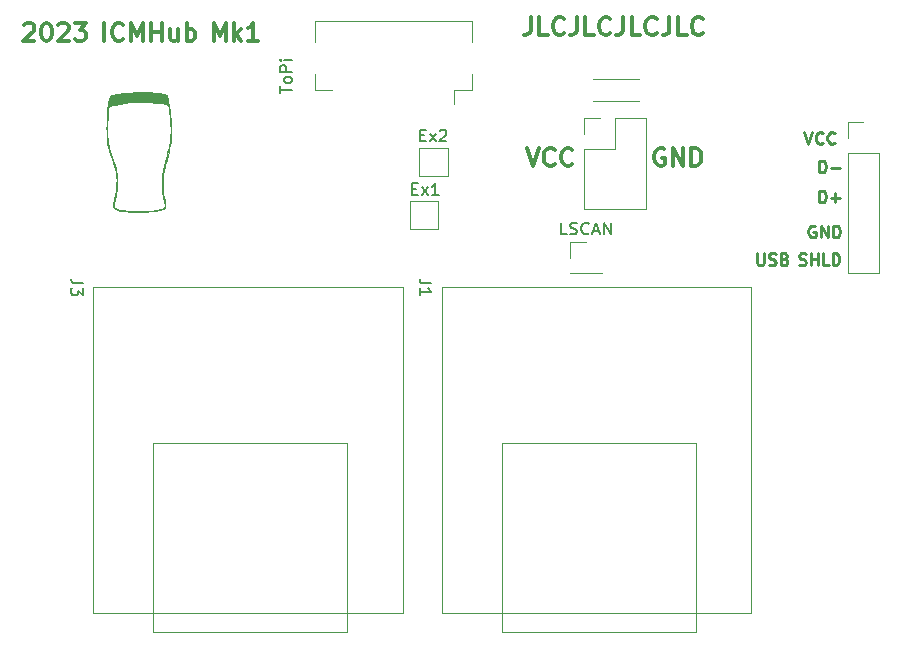
<source format=gbr>
%TF.GenerationSoftware,KiCad,Pcbnew,(7.0.0)*%
%TF.CreationDate,2023-03-30T12:26:05-04:00*%
%TF.ProjectId,headunit_hub,68656164-756e-4697-945f-6875622e6b69,rev?*%
%TF.SameCoordinates,Original*%
%TF.FileFunction,Legend,Top*%
%TF.FilePolarity,Positive*%
%FSLAX46Y46*%
G04 Gerber Fmt 4.6, Leading zero omitted, Abs format (unit mm)*
G04 Created by KiCad (PCBNEW (7.0.0)) date 2023-03-30 12:26:05*
%MOMM*%
%LPD*%
G01*
G04 APERTURE LIST*
%ADD10C,0.250000*%
%ADD11C,0.304800*%
%ADD12C,0.300000*%
%ADD13C,0.150000*%
%ADD14C,0.120000*%
%ADD15C,0.010000*%
G04 APERTURE END LIST*
D10*
X176088095Y-93882380D02*
X176088095Y-94691904D01*
X176088095Y-94691904D02*
X176135714Y-94787142D01*
X176135714Y-94787142D02*
X176183333Y-94834761D01*
X176183333Y-94834761D02*
X176278571Y-94882380D01*
X176278571Y-94882380D02*
X176469047Y-94882380D01*
X176469047Y-94882380D02*
X176564285Y-94834761D01*
X176564285Y-94834761D02*
X176611904Y-94787142D01*
X176611904Y-94787142D02*
X176659523Y-94691904D01*
X176659523Y-94691904D02*
X176659523Y-93882380D01*
X177088095Y-94834761D02*
X177230952Y-94882380D01*
X177230952Y-94882380D02*
X177469047Y-94882380D01*
X177469047Y-94882380D02*
X177564285Y-94834761D01*
X177564285Y-94834761D02*
X177611904Y-94787142D01*
X177611904Y-94787142D02*
X177659523Y-94691904D01*
X177659523Y-94691904D02*
X177659523Y-94596666D01*
X177659523Y-94596666D02*
X177611904Y-94501428D01*
X177611904Y-94501428D02*
X177564285Y-94453809D01*
X177564285Y-94453809D02*
X177469047Y-94406190D01*
X177469047Y-94406190D02*
X177278571Y-94358571D01*
X177278571Y-94358571D02*
X177183333Y-94310952D01*
X177183333Y-94310952D02*
X177135714Y-94263333D01*
X177135714Y-94263333D02*
X177088095Y-94168095D01*
X177088095Y-94168095D02*
X177088095Y-94072857D01*
X177088095Y-94072857D02*
X177135714Y-93977619D01*
X177135714Y-93977619D02*
X177183333Y-93930000D01*
X177183333Y-93930000D02*
X177278571Y-93882380D01*
X177278571Y-93882380D02*
X177516666Y-93882380D01*
X177516666Y-93882380D02*
X177659523Y-93930000D01*
X178421428Y-94358571D02*
X178564285Y-94406190D01*
X178564285Y-94406190D02*
X178611904Y-94453809D01*
X178611904Y-94453809D02*
X178659523Y-94549047D01*
X178659523Y-94549047D02*
X178659523Y-94691904D01*
X178659523Y-94691904D02*
X178611904Y-94787142D01*
X178611904Y-94787142D02*
X178564285Y-94834761D01*
X178564285Y-94834761D02*
X178469047Y-94882380D01*
X178469047Y-94882380D02*
X178088095Y-94882380D01*
X178088095Y-94882380D02*
X178088095Y-93882380D01*
X178088095Y-93882380D02*
X178421428Y-93882380D01*
X178421428Y-93882380D02*
X178516666Y-93930000D01*
X178516666Y-93930000D02*
X178564285Y-93977619D01*
X178564285Y-93977619D02*
X178611904Y-94072857D01*
X178611904Y-94072857D02*
X178611904Y-94168095D01*
X178611904Y-94168095D02*
X178564285Y-94263333D01*
X178564285Y-94263333D02*
X178516666Y-94310952D01*
X178516666Y-94310952D02*
X178421428Y-94358571D01*
X178421428Y-94358571D02*
X178088095Y-94358571D01*
X179640476Y-94834761D02*
X179783333Y-94882380D01*
X179783333Y-94882380D02*
X180021428Y-94882380D01*
X180021428Y-94882380D02*
X180116666Y-94834761D01*
X180116666Y-94834761D02*
X180164285Y-94787142D01*
X180164285Y-94787142D02*
X180211904Y-94691904D01*
X180211904Y-94691904D02*
X180211904Y-94596666D01*
X180211904Y-94596666D02*
X180164285Y-94501428D01*
X180164285Y-94501428D02*
X180116666Y-94453809D01*
X180116666Y-94453809D02*
X180021428Y-94406190D01*
X180021428Y-94406190D02*
X179830952Y-94358571D01*
X179830952Y-94358571D02*
X179735714Y-94310952D01*
X179735714Y-94310952D02*
X179688095Y-94263333D01*
X179688095Y-94263333D02*
X179640476Y-94168095D01*
X179640476Y-94168095D02*
X179640476Y-94072857D01*
X179640476Y-94072857D02*
X179688095Y-93977619D01*
X179688095Y-93977619D02*
X179735714Y-93930000D01*
X179735714Y-93930000D02*
X179830952Y-93882380D01*
X179830952Y-93882380D02*
X180069047Y-93882380D01*
X180069047Y-93882380D02*
X180211904Y-93930000D01*
X180640476Y-94882380D02*
X180640476Y-93882380D01*
X180640476Y-94358571D02*
X181211904Y-94358571D01*
X181211904Y-94882380D02*
X181211904Y-93882380D01*
X182164285Y-94882380D02*
X181688095Y-94882380D01*
X181688095Y-94882380D02*
X181688095Y-93882380D01*
X182497619Y-94882380D02*
X182497619Y-93882380D01*
X182497619Y-93882380D02*
X182735714Y-93882380D01*
X182735714Y-93882380D02*
X182878571Y-93930000D01*
X182878571Y-93930000D02*
X182973809Y-94025238D01*
X182973809Y-94025238D02*
X183021428Y-94120476D01*
X183021428Y-94120476D02*
X183069047Y-94310952D01*
X183069047Y-94310952D02*
X183069047Y-94453809D01*
X183069047Y-94453809D02*
X183021428Y-94644285D01*
X183021428Y-94644285D02*
X182973809Y-94739523D01*
X182973809Y-94739523D02*
X182878571Y-94834761D01*
X182878571Y-94834761D02*
X182735714Y-94882380D01*
X182735714Y-94882380D02*
X182497619Y-94882380D01*
D11*
X156910571Y-73885888D02*
X156910571Y-74974460D01*
X156910571Y-74974460D02*
X156838000Y-75192174D01*
X156838000Y-75192174D02*
X156692857Y-75337317D01*
X156692857Y-75337317D02*
X156475143Y-75409888D01*
X156475143Y-75409888D02*
X156330000Y-75409888D01*
X158362000Y-75409888D02*
X157636286Y-75409888D01*
X157636286Y-75409888D02*
X157636286Y-73885888D01*
X159740857Y-75264745D02*
X159668285Y-75337317D01*
X159668285Y-75337317D02*
X159450571Y-75409888D01*
X159450571Y-75409888D02*
X159305428Y-75409888D01*
X159305428Y-75409888D02*
X159087714Y-75337317D01*
X159087714Y-75337317D02*
X158942571Y-75192174D01*
X158942571Y-75192174D02*
X158870000Y-75047031D01*
X158870000Y-75047031D02*
X158797428Y-74756745D01*
X158797428Y-74756745D02*
X158797428Y-74539031D01*
X158797428Y-74539031D02*
X158870000Y-74248745D01*
X158870000Y-74248745D02*
X158942571Y-74103602D01*
X158942571Y-74103602D02*
X159087714Y-73958460D01*
X159087714Y-73958460D02*
X159305428Y-73885888D01*
X159305428Y-73885888D02*
X159450571Y-73885888D01*
X159450571Y-73885888D02*
X159668285Y-73958460D01*
X159668285Y-73958460D02*
X159740857Y-74031031D01*
X160829428Y-73885888D02*
X160829428Y-74974460D01*
X160829428Y-74974460D02*
X160756857Y-75192174D01*
X160756857Y-75192174D02*
X160611714Y-75337317D01*
X160611714Y-75337317D02*
X160394000Y-75409888D01*
X160394000Y-75409888D02*
X160248857Y-75409888D01*
X162280857Y-75409888D02*
X161555143Y-75409888D01*
X161555143Y-75409888D02*
X161555143Y-73885888D01*
X163659714Y-75264745D02*
X163587142Y-75337317D01*
X163587142Y-75337317D02*
X163369428Y-75409888D01*
X163369428Y-75409888D02*
X163224285Y-75409888D01*
X163224285Y-75409888D02*
X163006571Y-75337317D01*
X163006571Y-75337317D02*
X162861428Y-75192174D01*
X162861428Y-75192174D02*
X162788857Y-75047031D01*
X162788857Y-75047031D02*
X162716285Y-74756745D01*
X162716285Y-74756745D02*
X162716285Y-74539031D01*
X162716285Y-74539031D02*
X162788857Y-74248745D01*
X162788857Y-74248745D02*
X162861428Y-74103602D01*
X162861428Y-74103602D02*
X163006571Y-73958460D01*
X163006571Y-73958460D02*
X163224285Y-73885888D01*
X163224285Y-73885888D02*
X163369428Y-73885888D01*
X163369428Y-73885888D02*
X163587142Y-73958460D01*
X163587142Y-73958460D02*
X163659714Y-74031031D01*
X164748285Y-73885888D02*
X164748285Y-74974460D01*
X164748285Y-74974460D02*
X164675714Y-75192174D01*
X164675714Y-75192174D02*
X164530571Y-75337317D01*
X164530571Y-75337317D02*
X164312857Y-75409888D01*
X164312857Y-75409888D02*
X164167714Y-75409888D01*
X166199714Y-75409888D02*
X165474000Y-75409888D01*
X165474000Y-75409888D02*
X165474000Y-73885888D01*
X167578571Y-75264745D02*
X167505999Y-75337317D01*
X167505999Y-75337317D02*
X167288285Y-75409888D01*
X167288285Y-75409888D02*
X167143142Y-75409888D01*
X167143142Y-75409888D02*
X166925428Y-75337317D01*
X166925428Y-75337317D02*
X166780285Y-75192174D01*
X166780285Y-75192174D02*
X166707714Y-75047031D01*
X166707714Y-75047031D02*
X166635142Y-74756745D01*
X166635142Y-74756745D02*
X166635142Y-74539031D01*
X166635142Y-74539031D02*
X166707714Y-74248745D01*
X166707714Y-74248745D02*
X166780285Y-74103602D01*
X166780285Y-74103602D02*
X166925428Y-73958460D01*
X166925428Y-73958460D02*
X167143142Y-73885888D01*
X167143142Y-73885888D02*
X167288285Y-73885888D01*
X167288285Y-73885888D02*
X167505999Y-73958460D01*
X167505999Y-73958460D02*
X167578571Y-74031031D01*
X168667142Y-73885888D02*
X168667142Y-74974460D01*
X168667142Y-74974460D02*
X168594571Y-75192174D01*
X168594571Y-75192174D02*
X168449428Y-75337317D01*
X168449428Y-75337317D02*
X168231714Y-75409888D01*
X168231714Y-75409888D02*
X168086571Y-75409888D01*
X170118571Y-75409888D02*
X169392857Y-75409888D01*
X169392857Y-75409888D02*
X169392857Y-73885888D01*
X171497428Y-75264745D02*
X171424856Y-75337317D01*
X171424856Y-75337317D02*
X171207142Y-75409888D01*
X171207142Y-75409888D02*
X171061999Y-75409888D01*
X171061999Y-75409888D02*
X170844285Y-75337317D01*
X170844285Y-75337317D02*
X170699142Y-75192174D01*
X170699142Y-75192174D02*
X170626571Y-75047031D01*
X170626571Y-75047031D02*
X170553999Y-74756745D01*
X170553999Y-74756745D02*
X170553999Y-74539031D01*
X170553999Y-74539031D02*
X170626571Y-74248745D01*
X170626571Y-74248745D02*
X170699142Y-74103602D01*
X170699142Y-74103602D02*
X170844285Y-73958460D01*
X170844285Y-73958460D02*
X171061999Y-73885888D01*
X171061999Y-73885888D02*
X171207142Y-73885888D01*
X171207142Y-73885888D02*
X171424856Y-73958460D01*
X171424856Y-73958460D02*
X171497428Y-74031031D01*
D10*
X181338095Y-89582380D02*
X181338095Y-88582380D01*
X181338095Y-88582380D02*
X181576190Y-88582380D01*
X181576190Y-88582380D02*
X181719047Y-88630000D01*
X181719047Y-88630000D02*
X181814285Y-88725238D01*
X181814285Y-88725238D02*
X181861904Y-88820476D01*
X181861904Y-88820476D02*
X181909523Y-89010952D01*
X181909523Y-89010952D02*
X181909523Y-89153809D01*
X181909523Y-89153809D02*
X181861904Y-89344285D01*
X181861904Y-89344285D02*
X181814285Y-89439523D01*
X181814285Y-89439523D02*
X181719047Y-89534761D01*
X181719047Y-89534761D02*
X181576190Y-89582380D01*
X181576190Y-89582380D02*
X181338095Y-89582380D01*
X182338095Y-89201428D02*
X183100000Y-89201428D01*
X182719047Y-89582380D02*
X182719047Y-88820476D01*
D12*
X168242857Y-85045000D02*
X168100000Y-84973571D01*
X168100000Y-84973571D02*
X167885714Y-84973571D01*
X167885714Y-84973571D02*
X167671428Y-85045000D01*
X167671428Y-85045000D02*
X167528571Y-85187857D01*
X167528571Y-85187857D02*
X167457142Y-85330714D01*
X167457142Y-85330714D02*
X167385714Y-85616428D01*
X167385714Y-85616428D02*
X167385714Y-85830714D01*
X167385714Y-85830714D02*
X167457142Y-86116428D01*
X167457142Y-86116428D02*
X167528571Y-86259285D01*
X167528571Y-86259285D02*
X167671428Y-86402142D01*
X167671428Y-86402142D02*
X167885714Y-86473571D01*
X167885714Y-86473571D02*
X168028571Y-86473571D01*
X168028571Y-86473571D02*
X168242857Y-86402142D01*
X168242857Y-86402142D02*
X168314285Y-86330714D01*
X168314285Y-86330714D02*
X168314285Y-85830714D01*
X168314285Y-85830714D02*
X168028571Y-85830714D01*
X168957142Y-86473571D02*
X168957142Y-84973571D01*
X168957142Y-84973571D02*
X169814285Y-86473571D01*
X169814285Y-86473571D02*
X169814285Y-84973571D01*
X170528571Y-86473571D02*
X170528571Y-84973571D01*
X170528571Y-84973571D02*
X170885714Y-84973571D01*
X170885714Y-84973571D02*
X171100000Y-85045000D01*
X171100000Y-85045000D02*
X171242857Y-85187857D01*
X171242857Y-85187857D02*
X171314286Y-85330714D01*
X171314286Y-85330714D02*
X171385714Y-85616428D01*
X171385714Y-85616428D02*
X171385714Y-85830714D01*
X171385714Y-85830714D02*
X171314286Y-86116428D01*
X171314286Y-86116428D02*
X171242857Y-86259285D01*
X171242857Y-86259285D02*
X171100000Y-86402142D01*
X171100000Y-86402142D02*
X170885714Y-86473571D01*
X170885714Y-86473571D02*
X170528571Y-86473571D01*
D11*
X114036742Y-74531031D02*
X114109314Y-74458460D01*
X114109314Y-74458460D02*
X114254457Y-74385888D01*
X114254457Y-74385888D02*
X114617314Y-74385888D01*
X114617314Y-74385888D02*
X114762457Y-74458460D01*
X114762457Y-74458460D02*
X114835028Y-74531031D01*
X114835028Y-74531031D02*
X114907599Y-74676174D01*
X114907599Y-74676174D02*
X114907599Y-74821317D01*
X114907599Y-74821317D02*
X114835028Y-75039031D01*
X114835028Y-75039031D02*
X113964171Y-75909888D01*
X113964171Y-75909888D02*
X114907599Y-75909888D01*
X115851028Y-74385888D02*
X115996171Y-74385888D01*
X115996171Y-74385888D02*
X116141314Y-74458460D01*
X116141314Y-74458460D02*
X116213886Y-74531031D01*
X116213886Y-74531031D02*
X116286457Y-74676174D01*
X116286457Y-74676174D02*
X116359028Y-74966460D01*
X116359028Y-74966460D02*
X116359028Y-75329317D01*
X116359028Y-75329317D02*
X116286457Y-75619602D01*
X116286457Y-75619602D02*
X116213886Y-75764745D01*
X116213886Y-75764745D02*
X116141314Y-75837317D01*
X116141314Y-75837317D02*
X115996171Y-75909888D01*
X115996171Y-75909888D02*
X115851028Y-75909888D01*
X115851028Y-75909888D02*
X115705886Y-75837317D01*
X115705886Y-75837317D02*
X115633314Y-75764745D01*
X115633314Y-75764745D02*
X115560743Y-75619602D01*
X115560743Y-75619602D02*
X115488171Y-75329317D01*
X115488171Y-75329317D02*
X115488171Y-74966460D01*
X115488171Y-74966460D02*
X115560743Y-74676174D01*
X115560743Y-74676174D02*
X115633314Y-74531031D01*
X115633314Y-74531031D02*
X115705886Y-74458460D01*
X115705886Y-74458460D02*
X115851028Y-74385888D01*
X116939600Y-74531031D02*
X117012172Y-74458460D01*
X117012172Y-74458460D02*
X117157315Y-74385888D01*
X117157315Y-74385888D02*
X117520172Y-74385888D01*
X117520172Y-74385888D02*
X117665315Y-74458460D01*
X117665315Y-74458460D02*
X117737886Y-74531031D01*
X117737886Y-74531031D02*
X117810457Y-74676174D01*
X117810457Y-74676174D02*
X117810457Y-74821317D01*
X117810457Y-74821317D02*
X117737886Y-75039031D01*
X117737886Y-75039031D02*
X116867029Y-75909888D01*
X116867029Y-75909888D02*
X117810457Y-75909888D01*
X118318458Y-74385888D02*
X119261886Y-74385888D01*
X119261886Y-74385888D02*
X118753886Y-74966460D01*
X118753886Y-74966460D02*
X118971601Y-74966460D01*
X118971601Y-74966460D02*
X119116744Y-75039031D01*
X119116744Y-75039031D02*
X119189315Y-75111602D01*
X119189315Y-75111602D02*
X119261886Y-75256745D01*
X119261886Y-75256745D02*
X119261886Y-75619602D01*
X119261886Y-75619602D02*
X119189315Y-75764745D01*
X119189315Y-75764745D02*
X119116744Y-75837317D01*
X119116744Y-75837317D02*
X118971601Y-75909888D01*
X118971601Y-75909888D02*
X118536172Y-75909888D01*
X118536172Y-75909888D02*
X118391029Y-75837317D01*
X118391029Y-75837317D02*
X118318458Y-75764745D01*
X120829430Y-75909888D02*
X120829430Y-74385888D01*
X122426001Y-75764745D02*
X122353429Y-75837317D01*
X122353429Y-75837317D02*
X122135715Y-75909888D01*
X122135715Y-75909888D02*
X121990572Y-75909888D01*
X121990572Y-75909888D02*
X121772858Y-75837317D01*
X121772858Y-75837317D02*
X121627715Y-75692174D01*
X121627715Y-75692174D02*
X121555144Y-75547031D01*
X121555144Y-75547031D02*
X121482572Y-75256745D01*
X121482572Y-75256745D02*
X121482572Y-75039031D01*
X121482572Y-75039031D02*
X121555144Y-74748745D01*
X121555144Y-74748745D02*
X121627715Y-74603602D01*
X121627715Y-74603602D02*
X121772858Y-74458460D01*
X121772858Y-74458460D02*
X121990572Y-74385888D01*
X121990572Y-74385888D02*
X122135715Y-74385888D01*
X122135715Y-74385888D02*
X122353429Y-74458460D01*
X122353429Y-74458460D02*
X122426001Y-74531031D01*
X123079144Y-75909888D02*
X123079144Y-74385888D01*
X123079144Y-74385888D02*
X123587144Y-75474460D01*
X123587144Y-75474460D02*
X124095144Y-74385888D01*
X124095144Y-74385888D02*
X124095144Y-75909888D01*
X124820858Y-75909888D02*
X124820858Y-74385888D01*
X124820858Y-75111602D02*
X125691715Y-75111602D01*
X125691715Y-75909888D02*
X125691715Y-74385888D01*
X127070572Y-74893888D02*
X127070572Y-75909888D01*
X126417429Y-74893888D02*
X126417429Y-75692174D01*
X126417429Y-75692174D02*
X126490000Y-75837317D01*
X126490000Y-75837317D02*
X126635143Y-75909888D01*
X126635143Y-75909888D02*
X126852857Y-75909888D01*
X126852857Y-75909888D02*
X126998000Y-75837317D01*
X126998000Y-75837317D02*
X127070572Y-75764745D01*
X127796286Y-75909888D02*
X127796286Y-74385888D01*
X127796286Y-74966460D02*
X127941429Y-74893888D01*
X127941429Y-74893888D02*
X128231714Y-74893888D01*
X128231714Y-74893888D02*
X128376857Y-74966460D01*
X128376857Y-74966460D02*
X128449429Y-75039031D01*
X128449429Y-75039031D02*
X128522000Y-75184174D01*
X128522000Y-75184174D02*
X128522000Y-75619602D01*
X128522000Y-75619602D02*
X128449429Y-75764745D01*
X128449429Y-75764745D02*
X128376857Y-75837317D01*
X128376857Y-75837317D02*
X128231714Y-75909888D01*
X128231714Y-75909888D02*
X127941429Y-75909888D01*
X127941429Y-75909888D02*
X127796286Y-75837317D01*
X130089543Y-75909888D02*
X130089543Y-74385888D01*
X130089543Y-74385888D02*
X130597543Y-75474460D01*
X130597543Y-75474460D02*
X131105543Y-74385888D01*
X131105543Y-74385888D02*
X131105543Y-75909888D01*
X131831257Y-75909888D02*
X131831257Y-74385888D01*
X131976400Y-75329317D02*
X132411828Y-75909888D01*
X132411828Y-74893888D02*
X131831257Y-75474460D01*
X133863256Y-75909888D02*
X132992399Y-75909888D01*
X133427828Y-75909888D02*
X133427828Y-74385888D01*
X133427828Y-74385888D02*
X133282685Y-74603602D01*
X133282685Y-74603602D02*
X133137542Y-74748745D01*
X133137542Y-74748745D02*
X132992399Y-74821317D01*
D10*
X181011904Y-91580000D02*
X180916666Y-91532380D01*
X180916666Y-91532380D02*
X180773809Y-91532380D01*
X180773809Y-91532380D02*
X180630952Y-91580000D01*
X180630952Y-91580000D02*
X180535714Y-91675238D01*
X180535714Y-91675238D02*
X180488095Y-91770476D01*
X180488095Y-91770476D02*
X180440476Y-91960952D01*
X180440476Y-91960952D02*
X180440476Y-92103809D01*
X180440476Y-92103809D02*
X180488095Y-92294285D01*
X180488095Y-92294285D02*
X180535714Y-92389523D01*
X180535714Y-92389523D02*
X180630952Y-92484761D01*
X180630952Y-92484761D02*
X180773809Y-92532380D01*
X180773809Y-92532380D02*
X180869047Y-92532380D01*
X180869047Y-92532380D02*
X181011904Y-92484761D01*
X181011904Y-92484761D02*
X181059523Y-92437142D01*
X181059523Y-92437142D02*
X181059523Y-92103809D01*
X181059523Y-92103809D02*
X180869047Y-92103809D01*
X181488095Y-92532380D02*
X181488095Y-91532380D01*
X181488095Y-91532380D02*
X182059523Y-92532380D01*
X182059523Y-92532380D02*
X182059523Y-91532380D01*
X182535714Y-92532380D02*
X182535714Y-91532380D01*
X182535714Y-91532380D02*
X182773809Y-91532380D01*
X182773809Y-91532380D02*
X182916666Y-91580000D01*
X182916666Y-91580000D02*
X183011904Y-91675238D01*
X183011904Y-91675238D02*
X183059523Y-91770476D01*
X183059523Y-91770476D02*
X183107142Y-91960952D01*
X183107142Y-91960952D02*
X183107142Y-92103809D01*
X183107142Y-92103809D02*
X183059523Y-92294285D01*
X183059523Y-92294285D02*
X183011904Y-92389523D01*
X183011904Y-92389523D02*
X182916666Y-92484761D01*
X182916666Y-92484761D02*
X182773809Y-92532380D01*
X182773809Y-92532380D02*
X182535714Y-92532380D01*
X181338095Y-87032380D02*
X181338095Y-86032380D01*
X181338095Y-86032380D02*
X181576190Y-86032380D01*
X181576190Y-86032380D02*
X181719047Y-86080000D01*
X181719047Y-86080000D02*
X181814285Y-86175238D01*
X181814285Y-86175238D02*
X181861904Y-86270476D01*
X181861904Y-86270476D02*
X181909523Y-86460952D01*
X181909523Y-86460952D02*
X181909523Y-86603809D01*
X181909523Y-86603809D02*
X181861904Y-86794285D01*
X181861904Y-86794285D02*
X181814285Y-86889523D01*
X181814285Y-86889523D02*
X181719047Y-86984761D01*
X181719047Y-86984761D02*
X181576190Y-87032380D01*
X181576190Y-87032380D02*
X181338095Y-87032380D01*
X182338095Y-86651428D02*
X183100000Y-86651428D01*
D12*
X156592857Y-84973571D02*
X157092857Y-86473571D01*
X157092857Y-86473571D02*
X157592857Y-84973571D01*
X158949999Y-86330714D02*
X158878571Y-86402142D01*
X158878571Y-86402142D02*
X158664285Y-86473571D01*
X158664285Y-86473571D02*
X158521428Y-86473571D01*
X158521428Y-86473571D02*
X158307142Y-86402142D01*
X158307142Y-86402142D02*
X158164285Y-86259285D01*
X158164285Y-86259285D02*
X158092856Y-86116428D01*
X158092856Y-86116428D02*
X158021428Y-85830714D01*
X158021428Y-85830714D02*
X158021428Y-85616428D01*
X158021428Y-85616428D02*
X158092856Y-85330714D01*
X158092856Y-85330714D02*
X158164285Y-85187857D01*
X158164285Y-85187857D02*
X158307142Y-85045000D01*
X158307142Y-85045000D02*
X158521428Y-84973571D01*
X158521428Y-84973571D02*
X158664285Y-84973571D01*
X158664285Y-84973571D02*
X158878571Y-85045000D01*
X158878571Y-85045000D02*
X158949999Y-85116428D01*
X160449999Y-86330714D02*
X160378571Y-86402142D01*
X160378571Y-86402142D02*
X160164285Y-86473571D01*
X160164285Y-86473571D02*
X160021428Y-86473571D01*
X160021428Y-86473571D02*
X159807142Y-86402142D01*
X159807142Y-86402142D02*
X159664285Y-86259285D01*
X159664285Y-86259285D02*
X159592856Y-86116428D01*
X159592856Y-86116428D02*
X159521428Y-85830714D01*
X159521428Y-85830714D02*
X159521428Y-85616428D01*
X159521428Y-85616428D02*
X159592856Y-85330714D01*
X159592856Y-85330714D02*
X159664285Y-85187857D01*
X159664285Y-85187857D02*
X159807142Y-85045000D01*
X159807142Y-85045000D02*
X160021428Y-84973571D01*
X160021428Y-84973571D02*
X160164285Y-84973571D01*
X160164285Y-84973571D02*
X160378571Y-85045000D01*
X160378571Y-85045000D02*
X160449999Y-85116428D01*
D10*
X180095238Y-83632380D02*
X180428571Y-84632380D01*
X180428571Y-84632380D02*
X180761904Y-83632380D01*
X181666666Y-84537142D02*
X181619047Y-84584761D01*
X181619047Y-84584761D02*
X181476190Y-84632380D01*
X181476190Y-84632380D02*
X181380952Y-84632380D01*
X181380952Y-84632380D02*
X181238095Y-84584761D01*
X181238095Y-84584761D02*
X181142857Y-84489523D01*
X181142857Y-84489523D02*
X181095238Y-84394285D01*
X181095238Y-84394285D02*
X181047619Y-84203809D01*
X181047619Y-84203809D02*
X181047619Y-84060952D01*
X181047619Y-84060952D02*
X181095238Y-83870476D01*
X181095238Y-83870476D02*
X181142857Y-83775238D01*
X181142857Y-83775238D02*
X181238095Y-83680000D01*
X181238095Y-83680000D02*
X181380952Y-83632380D01*
X181380952Y-83632380D02*
X181476190Y-83632380D01*
X181476190Y-83632380D02*
X181619047Y-83680000D01*
X181619047Y-83680000D02*
X181666666Y-83727619D01*
X182666666Y-84537142D02*
X182619047Y-84584761D01*
X182619047Y-84584761D02*
X182476190Y-84632380D01*
X182476190Y-84632380D02*
X182380952Y-84632380D01*
X182380952Y-84632380D02*
X182238095Y-84584761D01*
X182238095Y-84584761D02*
X182142857Y-84489523D01*
X182142857Y-84489523D02*
X182095238Y-84394285D01*
X182095238Y-84394285D02*
X182047619Y-84203809D01*
X182047619Y-84203809D02*
X182047619Y-84060952D01*
X182047619Y-84060952D02*
X182095238Y-83870476D01*
X182095238Y-83870476D02*
X182142857Y-83775238D01*
X182142857Y-83775238D02*
X182238095Y-83680000D01*
X182238095Y-83680000D02*
X182380952Y-83632380D01*
X182380952Y-83632380D02*
X182476190Y-83632380D01*
X182476190Y-83632380D02*
X182619047Y-83680000D01*
X182619047Y-83680000D02*
X182666666Y-83727619D01*
D13*
%TO.C,Ex1*%
X146904762Y-88443571D02*
X147238095Y-88443571D01*
X147380952Y-88967380D02*
X146904762Y-88967380D01*
X146904762Y-88967380D02*
X146904762Y-87967380D01*
X146904762Y-87967380D02*
X147380952Y-87967380D01*
X147714286Y-88967380D02*
X148238095Y-88300714D01*
X147714286Y-88300714D02*
X148238095Y-88967380D01*
X149142857Y-88967380D02*
X148571429Y-88967380D01*
X148857143Y-88967380D02*
X148857143Y-87967380D01*
X148857143Y-87967380D02*
X148761905Y-88110238D01*
X148761905Y-88110238D02*
X148666667Y-88205476D01*
X148666667Y-88205476D02*
X148571429Y-88253095D01*
%TO.C,ToPi*%
X135717380Y-80326189D02*
X135717380Y-79754761D01*
X136717380Y-80040475D02*
X135717380Y-80040475D01*
X136717380Y-79278570D02*
X136669761Y-79373808D01*
X136669761Y-79373808D02*
X136622142Y-79421427D01*
X136622142Y-79421427D02*
X136526904Y-79469046D01*
X136526904Y-79469046D02*
X136241190Y-79469046D01*
X136241190Y-79469046D02*
X136145952Y-79421427D01*
X136145952Y-79421427D02*
X136098333Y-79373808D01*
X136098333Y-79373808D02*
X136050714Y-79278570D01*
X136050714Y-79278570D02*
X136050714Y-79135713D01*
X136050714Y-79135713D02*
X136098333Y-79040475D01*
X136098333Y-79040475D02*
X136145952Y-78992856D01*
X136145952Y-78992856D02*
X136241190Y-78945237D01*
X136241190Y-78945237D02*
X136526904Y-78945237D01*
X136526904Y-78945237D02*
X136622142Y-78992856D01*
X136622142Y-78992856D02*
X136669761Y-79040475D01*
X136669761Y-79040475D02*
X136717380Y-79135713D01*
X136717380Y-79135713D02*
X136717380Y-79278570D01*
X136717380Y-78516665D02*
X135717380Y-78516665D01*
X135717380Y-78516665D02*
X135717380Y-78135713D01*
X135717380Y-78135713D02*
X135765000Y-78040475D01*
X135765000Y-78040475D02*
X135812619Y-77992856D01*
X135812619Y-77992856D02*
X135907857Y-77945237D01*
X135907857Y-77945237D02*
X136050714Y-77945237D01*
X136050714Y-77945237D02*
X136145952Y-77992856D01*
X136145952Y-77992856D02*
X136193571Y-78040475D01*
X136193571Y-78040475D02*
X136241190Y-78135713D01*
X136241190Y-78135713D02*
X136241190Y-78516665D01*
X136717380Y-77516665D02*
X136050714Y-77516665D01*
X135717380Y-77516665D02*
X135765000Y-77564284D01*
X135765000Y-77564284D02*
X135812619Y-77516665D01*
X135812619Y-77516665D02*
X135765000Y-77469046D01*
X135765000Y-77469046D02*
X135717380Y-77516665D01*
X135717380Y-77516665D02*
X135812619Y-77516665D01*
%TO.C,LSCAN*%
X159980952Y-92287380D02*
X159504762Y-92287380D01*
X159504762Y-92287380D02*
X159504762Y-91287380D01*
X160266667Y-92239761D02*
X160409524Y-92287380D01*
X160409524Y-92287380D02*
X160647619Y-92287380D01*
X160647619Y-92287380D02*
X160742857Y-92239761D01*
X160742857Y-92239761D02*
X160790476Y-92192142D01*
X160790476Y-92192142D02*
X160838095Y-92096904D01*
X160838095Y-92096904D02*
X160838095Y-92001666D01*
X160838095Y-92001666D02*
X160790476Y-91906428D01*
X160790476Y-91906428D02*
X160742857Y-91858809D01*
X160742857Y-91858809D02*
X160647619Y-91811190D01*
X160647619Y-91811190D02*
X160457143Y-91763571D01*
X160457143Y-91763571D02*
X160361905Y-91715952D01*
X160361905Y-91715952D02*
X160314286Y-91668333D01*
X160314286Y-91668333D02*
X160266667Y-91573095D01*
X160266667Y-91573095D02*
X160266667Y-91477857D01*
X160266667Y-91477857D02*
X160314286Y-91382619D01*
X160314286Y-91382619D02*
X160361905Y-91335000D01*
X160361905Y-91335000D02*
X160457143Y-91287380D01*
X160457143Y-91287380D02*
X160695238Y-91287380D01*
X160695238Y-91287380D02*
X160838095Y-91335000D01*
X161838095Y-92192142D02*
X161790476Y-92239761D01*
X161790476Y-92239761D02*
X161647619Y-92287380D01*
X161647619Y-92287380D02*
X161552381Y-92287380D01*
X161552381Y-92287380D02*
X161409524Y-92239761D01*
X161409524Y-92239761D02*
X161314286Y-92144523D01*
X161314286Y-92144523D02*
X161266667Y-92049285D01*
X161266667Y-92049285D02*
X161219048Y-91858809D01*
X161219048Y-91858809D02*
X161219048Y-91715952D01*
X161219048Y-91715952D02*
X161266667Y-91525476D01*
X161266667Y-91525476D02*
X161314286Y-91430238D01*
X161314286Y-91430238D02*
X161409524Y-91335000D01*
X161409524Y-91335000D02*
X161552381Y-91287380D01*
X161552381Y-91287380D02*
X161647619Y-91287380D01*
X161647619Y-91287380D02*
X161790476Y-91335000D01*
X161790476Y-91335000D02*
X161838095Y-91382619D01*
X162219048Y-92001666D02*
X162695238Y-92001666D01*
X162123810Y-92287380D02*
X162457143Y-91287380D01*
X162457143Y-91287380D02*
X162790476Y-92287380D01*
X163123810Y-92287380D02*
X163123810Y-91287380D01*
X163123810Y-91287380D02*
X163695238Y-92287380D01*
X163695238Y-92287380D02*
X163695238Y-91287380D01*
%TO.C,Ex2*%
X147554762Y-83893571D02*
X147888095Y-83893571D01*
X148030952Y-84417380D02*
X147554762Y-84417380D01*
X147554762Y-84417380D02*
X147554762Y-83417380D01*
X147554762Y-83417380D02*
X148030952Y-83417380D01*
X148364286Y-84417380D02*
X148888095Y-83750714D01*
X148364286Y-83750714D02*
X148888095Y-84417380D01*
X149221429Y-83512619D02*
X149269048Y-83465000D01*
X149269048Y-83465000D02*
X149364286Y-83417380D01*
X149364286Y-83417380D02*
X149602381Y-83417380D01*
X149602381Y-83417380D02*
X149697619Y-83465000D01*
X149697619Y-83465000D02*
X149745238Y-83512619D01*
X149745238Y-83512619D02*
X149792857Y-83607857D01*
X149792857Y-83607857D02*
X149792857Y-83703095D01*
X149792857Y-83703095D02*
X149745238Y-83845952D01*
X149745238Y-83845952D02*
X149173810Y-84417380D01*
X149173810Y-84417380D02*
X149792857Y-84417380D01*
%TO.C,J1*%
X148527619Y-96421666D02*
X147813333Y-96421666D01*
X147813333Y-96421666D02*
X147670476Y-96374047D01*
X147670476Y-96374047D02*
X147575238Y-96278809D01*
X147575238Y-96278809D02*
X147527619Y-96135952D01*
X147527619Y-96135952D02*
X147527619Y-96040714D01*
X147527619Y-97421666D02*
X147527619Y-96850238D01*
X147527619Y-97135952D02*
X148527619Y-97135952D01*
X148527619Y-97135952D02*
X148384761Y-97040714D01*
X148384761Y-97040714D02*
X148289523Y-96945476D01*
X148289523Y-96945476D02*
X148241904Y-96850238D01*
%TO.C,J3*%
X119017619Y-96421666D02*
X118303333Y-96421666D01*
X118303333Y-96421666D02*
X118160476Y-96374047D01*
X118160476Y-96374047D02*
X118065238Y-96278809D01*
X118065238Y-96278809D02*
X118017619Y-96135952D01*
X118017619Y-96135952D02*
X118017619Y-96040714D01*
X119017619Y-96802619D02*
X119017619Y-97421666D01*
X119017619Y-97421666D02*
X118636666Y-97088333D01*
X118636666Y-97088333D02*
X118636666Y-97231190D01*
X118636666Y-97231190D02*
X118589047Y-97326428D01*
X118589047Y-97326428D02*
X118541428Y-97374047D01*
X118541428Y-97374047D02*
X118446190Y-97421666D01*
X118446190Y-97421666D02*
X118208095Y-97421666D01*
X118208095Y-97421666D02*
X118112857Y-97374047D01*
X118112857Y-97374047D02*
X118065238Y-97326428D01*
X118065238Y-97326428D02*
X118017619Y-97231190D01*
X118017619Y-97231190D02*
X118017619Y-96945476D01*
X118017619Y-96945476D02*
X118065238Y-96850238D01*
X118065238Y-96850238D02*
X118112857Y-96802619D01*
D14*
%TO.C,Ex1*%
X146700000Y-89450000D02*
X149100000Y-89450000D01*
X146700000Y-91850000D02*
X146700000Y-89450000D01*
X149100000Y-89450000D02*
X149100000Y-91850000D01*
X149100000Y-91850000D02*
X146700000Y-91850000D01*
%TO.C,ToPi*%
X151950000Y-80050000D02*
X151950000Y-78710000D01*
X151950000Y-75990000D02*
X151950000Y-74250000D01*
X151950000Y-74250000D02*
X138650000Y-74250000D01*
X150460000Y-80050000D02*
X151950000Y-80050000D01*
X150460000Y-80050000D02*
X150460000Y-81250000D01*
X140140000Y-80050000D02*
X138650000Y-80050000D01*
X138650000Y-80050000D02*
X138650000Y-78710000D01*
X138650000Y-74250000D02*
X138650000Y-75990000D01*
%TO.C,LSCAN*%
X160270000Y-92920000D02*
X161600000Y-92920000D01*
X160270000Y-94250000D02*
X160270000Y-92920000D01*
X160270000Y-95520000D02*
X160270000Y-95580000D01*
X160270000Y-95520000D02*
X162930000Y-95520000D01*
X160270000Y-95580000D02*
X162930000Y-95580000D01*
X162930000Y-95520000D02*
X162930000Y-95580000D01*
%TO.C,Ex2*%
X147500000Y-84950000D02*
X149900000Y-84950000D01*
X147500000Y-87350000D02*
X147500000Y-84950000D01*
X149900000Y-84950000D02*
X149900000Y-87350000D01*
X149900000Y-87350000D02*
X147500000Y-87350000D01*
%TO.C,R1*%
X162220000Y-79130000D02*
X166060000Y-79130000D01*
X162220000Y-80970000D02*
X166060000Y-80970000D01*
%TO.C,J5*%
X183770000Y-82760000D02*
X185100000Y-82760000D01*
X183770000Y-84090000D02*
X183770000Y-82760000D01*
X183770000Y-85360000D02*
X183770000Y-95580000D01*
X183770000Y-85360000D02*
X186430000Y-85360000D01*
X183770000Y-95580000D02*
X186430000Y-95580000D01*
X186430000Y-85360000D02*
X186430000Y-95580000D01*
%TO.C,H3*%
G36*
X121011502Y-83468482D02*
G01*
X121073048Y-83468482D01*
X121075232Y-83633463D01*
X121076381Y-83676586D01*
X121086860Y-83954535D01*
X121101519Y-84199944D01*
X121122015Y-84421450D01*
X121150001Y-84627691D01*
X121187135Y-84827302D01*
X121235070Y-85028921D01*
X121295463Y-85241185D01*
X121369968Y-85472730D01*
X121460241Y-85732194D01*
X121481944Y-85792668D01*
X121565478Y-86025379D01*
X121635491Y-86222732D01*
X121693387Y-86388987D01*
X121740571Y-86528400D01*
X121778446Y-86645229D01*
X121808416Y-86743733D01*
X121831887Y-86828169D01*
X121850261Y-86902796D01*
X121854936Y-86923662D01*
X121893485Y-87153079D01*
X121916789Y-87417317D01*
X121924594Y-87711608D01*
X121916644Y-88031180D01*
X121915410Y-88055943D01*
X121904453Y-88243513D01*
X121891351Y-88410180D01*
X121874684Y-88565124D01*
X121853035Y-88717521D01*
X121824984Y-88876548D01*
X121789112Y-89051383D01*
X121744001Y-89251203D01*
X121705490Y-89413670D01*
X121667944Y-89576006D01*
X121642260Y-89703127D01*
X121627898Y-89800294D01*
X121624319Y-89872767D01*
X121630981Y-89925808D01*
X121647345Y-89964676D01*
X121648691Y-89966775D01*
X121706737Y-90024799D01*
X121801629Y-90081694D01*
X121927910Y-90134780D01*
X122080121Y-90181376D01*
X122091714Y-90184352D01*
X122191832Y-90205643D01*
X122324486Y-90227821D01*
X122479931Y-90249680D01*
X122648420Y-90270015D01*
X122820207Y-90287623D01*
X122985548Y-90301299D01*
X123090212Y-90307783D01*
X123223263Y-90312810D01*
X123387395Y-90316146D01*
X123572781Y-90317842D01*
X123769595Y-90317948D01*
X123968011Y-90316517D01*
X124158203Y-90313597D01*
X124330344Y-90309241D01*
X124474610Y-90303499D01*
X124529906Y-90300341D01*
X124824746Y-90276757D01*
X125088543Y-90246546D01*
X125319415Y-90210104D01*
X125515480Y-90167830D01*
X125674855Y-90120124D01*
X125795658Y-90067382D01*
X125868734Y-90016965D01*
X125914735Y-89970150D01*
X125936570Y-89928084D01*
X125942379Y-89871190D01*
X125942055Y-89840615D01*
X125936459Y-89784897D01*
X125922467Y-89697179D01*
X125901765Y-89586575D01*
X125876039Y-89462201D01*
X125852682Y-89357641D01*
X125821207Y-89216843D01*
X125790477Y-89071062D01*
X125763047Y-88933010D01*
X125741473Y-88815396D01*
X125732061Y-88757671D01*
X125713786Y-88592839D01*
X125702541Y-88395278D01*
X125698045Y-88173958D01*
X125700020Y-87937847D01*
X125708186Y-87695916D01*
X125722262Y-87457132D01*
X125741970Y-87230465D01*
X125767030Y-87024883D01*
X125790527Y-86882751D01*
X125805730Y-86811872D01*
X125830569Y-86706616D01*
X125863419Y-86573416D01*
X125902653Y-86418702D01*
X125946644Y-86248906D01*
X125993766Y-86070459D01*
X126031419Y-85930251D01*
X126109229Y-85638951D01*
X126175479Y-85382156D01*
X126231470Y-85154037D01*
X126278500Y-84948767D01*
X126317869Y-84760517D01*
X126350877Y-84583458D01*
X126378823Y-84411764D01*
X126394871Y-84300418D01*
X126412034Y-84137780D01*
X126424220Y-83942151D01*
X126431420Y-83722577D01*
X126433630Y-83488107D01*
X126430842Y-83247789D01*
X126423050Y-83010672D01*
X126410247Y-82785803D01*
X126396082Y-82617668D01*
X126382971Y-82491057D01*
X126367109Y-82346423D01*
X126349333Y-82190603D01*
X126330480Y-82030430D01*
X126311388Y-81872739D01*
X126292892Y-81724365D01*
X126275830Y-81592144D01*
X126261039Y-81482909D01*
X126249356Y-81403495D01*
X126242849Y-81366219D01*
X126234651Y-81340628D01*
X126217353Y-81321531D01*
X126183135Y-81305433D01*
X126124178Y-81288839D01*
X126032661Y-81268254D01*
X126015410Y-81264556D01*
X125583746Y-81184513D01*
X125135005Y-81125709D01*
X124663103Y-81087563D01*
X124161956Y-81069493D01*
X123958045Y-81067763D01*
X123458039Y-81076164D01*
X122989914Y-81103244D01*
X122547191Y-81149786D01*
X122123387Y-81216573D01*
X121712019Y-81304388D01*
X121462612Y-81369117D01*
X121366543Y-81396478D01*
X121284378Y-81421278D01*
X121225425Y-81440618D01*
X121199925Y-81450949D01*
X121186491Y-81479509D01*
X121172745Y-81545851D01*
X121158937Y-81645426D01*
X121145321Y-81773688D01*
X121132148Y-81926087D01*
X121119673Y-82098075D01*
X121108146Y-82285106D01*
X121097820Y-82482630D01*
X121088948Y-82686101D01*
X121081783Y-82890969D01*
X121076576Y-83092687D01*
X121073580Y-83286708D01*
X121073048Y-83468482D01*
X121011502Y-83468482D01*
X121010311Y-83330077D01*
X121014375Y-83009717D01*
X121024671Y-82678981D01*
X121040773Y-82346321D01*
X121062258Y-82020188D01*
X121088699Y-81709031D01*
X121119673Y-81421303D01*
X121154754Y-81165452D01*
X121162949Y-81114473D01*
X121199532Y-80917615D01*
X121237408Y-80761690D01*
X121277035Y-80645306D01*
X121318873Y-80567071D01*
X121355368Y-80530266D01*
X121405420Y-80508797D01*
X121493165Y-80483930D01*
X121614179Y-80456533D01*
X121764038Y-80427472D01*
X121938315Y-80397617D01*
X122132588Y-80367834D01*
X122307045Y-80343632D01*
X122899715Y-80278021D01*
X123479385Y-80239495D01*
X124041672Y-80228099D01*
X124582188Y-80243878D01*
X125096550Y-80286878D01*
X125302129Y-80312842D01*
X125523378Y-80345533D01*
X125705233Y-80376536D01*
X125850561Y-80406621D01*
X125962231Y-80436558D01*
X126043111Y-80467115D01*
X126096067Y-80499063D01*
X126123968Y-80533171D01*
X126124092Y-80533442D01*
X126155529Y-80620214D01*
X126188880Y-80744536D01*
X126223505Y-80901699D01*
X126258762Y-81086996D01*
X126294011Y-81295720D01*
X126328612Y-81523164D01*
X126361924Y-81764620D01*
X126393307Y-82015381D01*
X126422120Y-82270740D01*
X126447722Y-82525989D01*
X126469474Y-82776421D01*
X126486733Y-83017328D01*
X126498861Y-83244004D01*
X126501297Y-83305585D01*
X126506031Y-83536709D01*
X126502676Y-83761859D01*
X126490450Y-83986111D01*
X126468570Y-84214540D01*
X126436252Y-84452224D01*
X126392713Y-84704238D01*
X126337169Y-84975659D01*
X126268838Y-85271564D01*
X126186936Y-85597028D01*
X126094110Y-85944582D01*
X126029683Y-86181419D01*
X125975618Y-86383634D01*
X125930805Y-86557355D01*
X125894137Y-86708709D01*
X125864505Y-86843824D01*
X125840801Y-86968827D01*
X125821917Y-87089847D01*
X125806743Y-87213011D01*
X125794173Y-87344447D01*
X125783096Y-87490282D01*
X125772406Y-87656645D01*
X125766476Y-87755938D01*
X125756002Y-87999274D01*
X125755279Y-88224968D01*
X125765257Y-88442355D01*
X125786886Y-88660770D01*
X125821119Y-88889546D01*
X125868906Y-89138019D01*
X125931198Y-89415522D01*
X125938814Y-89447540D01*
X125977992Y-89628480D01*
X125998646Y-89775248D01*
X125998595Y-89892724D01*
X125975658Y-89985787D01*
X125927653Y-90059319D01*
X125852400Y-90118198D01*
X125747718Y-90167304D01*
X125611425Y-90211518D01*
X125595335Y-90216035D01*
X125424742Y-90255620D01*
X125217972Y-90290557D01*
X124980963Y-90320517D01*
X124719649Y-90345173D01*
X124439967Y-90364197D01*
X124147853Y-90377261D01*
X123849242Y-90384038D01*
X123550071Y-90384199D01*
X123256276Y-90377417D01*
X122973793Y-90363365D01*
X122952629Y-90361968D01*
X122643169Y-90336185D01*
X122374539Y-90303066D01*
X122145832Y-90262372D01*
X121956142Y-90213862D01*
X121804564Y-90157298D01*
X121690193Y-90092441D01*
X121612122Y-90019050D01*
X121601800Y-90004835D01*
X121581007Y-89968899D01*
X121567325Y-89928945D01*
X121561232Y-89879803D01*
X121563205Y-89816305D01*
X121573723Y-89733280D01*
X121593262Y-89625559D01*
X121622300Y-89487974D01*
X121661314Y-89315356D01*
X121668277Y-89285168D01*
X121718523Y-89061622D01*
X121758417Y-88868256D01*
X121789527Y-88694629D01*
X121813423Y-88530301D01*
X121831675Y-88364832D01*
X121845852Y-88187781D01*
X121854437Y-88046918D01*
X121863814Y-87691179D01*
X121851380Y-87365475D01*
X121817290Y-87072181D01*
X121778484Y-86878525D01*
X121755861Y-86795492D01*
X121721303Y-86681731D01*
X121677710Y-86546161D01*
X121627983Y-86397702D01*
X121575023Y-86245274D01*
X121547905Y-86169442D01*
X121449094Y-85894051D01*
X121364466Y-85652705D01*
X121292774Y-85440028D01*
X121232770Y-85250645D01*
X121183207Y-85079179D01*
X121142835Y-84920255D01*
X121110410Y-84768498D01*
X121084681Y-84618531D01*
X121064403Y-84464978D01*
X121048326Y-84302464D01*
X121035205Y-84125613D01*
X121023791Y-83929050D01*
X121022579Y-83905871D01*
X121012904Y-83631612D01*
X121011502Y-83468482D01*
G37*
D15*
X121011502Y-83468482D02*
X121073048Y-83468482D01*
X121075232Y-83633463D01*
X121076381Y-83676586D01*
X121086860Y-83954535D01*
X121101519Y-84199944D01*
X121122015Y-84421450D01*
X121150001Y-84627691D01*
X121187135Y-84827302D01*
X121235070Y-85028921D01*
X121295463Y-85241185D01*
X121369968Y-85472730D01*
X121460241Y-85732194D01*
X121481944Y-85792668D01*
X121565478Y-86025379D01*
X121635491Y-86222732D01*
X121693387Y-86388987D01*
X121740571Y-86528400D01*
X121778446Y-86645229D01*
X121808416Y-86743733D01*
X121831887Y-86828169D01*
X121850261Y-86902796D01*
X121854936Y-86923662D01*
X121893485Y-87153079D01*
X121916789Y-87417317D01*
X121924594Y-87711608D01*
X121916644Y-88031180D01*
X121915410Y-88055943D01*
X121904453Y-88243513D01*
X121891351Y-88410180D01*
X121874684Y-88565124D01*
X121853035Y-88717521D01*
X121824984Y-88876548D01*
X121789112Y-89051383D01*
X121744001Y-89251203D01*
X121705490Y-89413670D01*
X121667944Y-89576006D01*
X121642260Y-89703127D01*
X121627898Y-89800294D01*
X121624319Y-89872767D01*
X121630981Y-89925808D01*
X121647345Y-89964676D01*
X121648691Y-89966775D01*
X121706737Y-90024799D01*
X121801629Y-90081694D01*
X121927910Y-90134780D01*
X122080121Y-90181376D01*
X122091714Y-90184352D01*
X122191832Y-90205643D01*
X122324486Y-90227821D01*
X122479931Y-90249680D01*
X122648420Y-90270015D01*
X122820207Y-90287623D01*
X122985548Y-90301299D01*
X123090212Y-90307783D01*
X123223263Y-90312810D01*
X123387395Y-90316146D01*
X123572781Y-90317842D01*
X123769595Y-90317948D01*
X123968011Y-90316517D01*
X124158203Y-90313597D01*
X124330344Y-90309241D01*
X124474610Y-90303499D01*
X124529906Y-90300341D01*
X124824746Y-90276757D01*
X125088543Y-90246546D01*
X125319415Y-90210104D01*
X125515480Y-90167830D01*
X125674855Y-90120124D01*
X125795658Y-90067382D01*
X125868734Y-90016965D01*
X125914735Y-89970150D01*
X125936570Y-89928084D01*
X125942379Y-89871190D01*
X125942055Y-89840615D01*
X125936459Y-89784897D01*
X125922467Y-89697179D01*
X125901765Y-89586575D01*
X125876039Y-89462201D01*
X125852682Y-89357641D01*
X125821207Y-89216843D01*
X125790477Y-89071062D01*
X125763047Y-88933010D01*
X125741473Y-88815396D01*
X125732061Y-88757671D01*
X125713786Y-88592839D01*
X125702541Y-88395278D01*
X125698045Y-88173958D01*
X125700020Y-87937847D01*
X125708186Y-87695916D01*
X125722262Y-87457132D01*
X125741970Y-87230465D01*
X125767030Y-87024883D01*
X125790527Y-86882751D01*
X125805730Y-86811872D01*
X125830569Y-86706616D01*
X125863419Y-86573416D01*
X125902653Y-86418702D01*
X125946644Y-86248906D01*
X125993766Y-86070459D01*
X126031419Y-85930251D01*
X126109229Y-85638951D01*
X126175479Y-85382156D01*
X126231470Y-85154037D01*
X126278500Y-84948767D01*
X126317869Y-84760517D01*
X126350877Y-84583458D01*
X126378823Y-84411764D01*
X126394871Y-84300418D01*
X126412034Y-84137780D01*
X126424220Y-83942151D01*
X126431420Y-83722577D01*
X126433630Y-83488107D01*
X126430842Y-83247789D01*
X126423050Y-83010672D01*
X126410247Y-82785803D01*
X126396082Y-82617668D01*
X126382971Y-82491057D01*
X126367109Y-82346423D01*
X126349333Y-82190603D01*
X126330480Y-82030430D01*
X126311388Y-81872739D01*
X126292892Y-81724365D01*
X126275830Y-81592144D01*
X126261039Y-81482909D01*
X126249356Y-81403495D01*
X126242849Y-81366219D01*
X126234651Y-81340628D01*
X126217353Y-81321531D01*
X126183135Y-81305433D01*
X126124178Y-81288839D01*
X126032661Y-81268254D01*
X126015410Y-81264556D01*
X125583746Y-81184513D01*
X125135005Y-81125709D01*
X124663103Y-81087563D01*
X124161956Y-81069493D01*
X123958045Y-81067763D01*
X123458039Y-81076164D01*
X122989914Y-81103244D01*
X122547191Y-81149786D01*
X122123387Y-81216573D01*
X121712019Y-81304388D01*
X121462612Y-81369117D01*
X121366543Y-81396478D01*
X121284378Y-81421278D01*
X121225425Y-81440618D01*
X121199925Y-81450949D01*
X121186491Y-81479509D01*
X121172745Y-81545851D01*
X121158937Y-81645426D01*
X121145321Y-81773688D01*
X121132148Y-81926087D01*
X121119673Y-82098075D01*
X121108146Y-82285106D01*
X121097820Y-82482630D01*
X121088948Y-82686101D01*
X121081783Y-82890969D01*
X121076576Y-83092687D01*
X121073580Y-83286708D01*
X121073048Y-83468482D01*
X121011502Y-83468482D01*
X121010311Y-83330077D01*
X121014375Y-83009717D01*
X121024671Y-82678981D01*
X121040773Y-82346321D01*
X121062258Y-82020188D01*
X121088699Y-81709031D01*
X121119673Y-81421303D01*
X121154754Y-81165452D01*
X121162949Y-81114473D01*
X121199532Y-80917615D01*
X121237408Y-80761690D01*
X121277035Y-80645306D01*
X121318873Y-80567071D01*
X121355368Y-80530266D01*
X121405420Y-80508797D01*
X121493165Y-80483930D01*
X121614179Y-80456533D01*
X121764038Y-80427472D01*
X121938315Y-80397617D01*
X122132588Y-80367834D01*
X122307045Y-80343632D01*
X122899715Y-80278021D01*
X123479385Y-80239495D01*
X124041672Y-80228099D01*
X124582188Y-80243878D01*
X125096550Y-80286878D01*
X125302129Y-80312842D01*
X125523378Y-80345533D01*
X125705233Y-80376536D01*
X125850561Y-80406621D01*
X125962231Y-80436558D01*
X126043111Y-80467115D01*
X126096067Y-80499063D01*
X126123968Y-80533171D01*
X126124092Y-80533442D01*
X126155529Y-80620214D01*
X126188880Y-80744536D01*
X126223505Y-80901699D01*
X126258762Y-81086996D01*
X126294011Y-81295720D01*
X126328612Y-81523164D01*
X126361924Y-81764620D01*
X126393307Y-82015381D01*
X126422120Y-82270740D01*
X126447722Y-82525989D01*
X126469474Y-82776421D01*
X126486733Y-83017328D01*
X126498861Y-83244004D01*
X126501297Y-83305585D01*
X126506031Y-83536709D01*
X126502676Y-83761859D01*
X126490450Y-83986111D01*
X126468570Y-84214540D01*
X126436252Y-84452224D01*
X126392713Y-84704238D01*
X126337169Y-84975659D01*
X126268838Y-85271564D01*
X126186936Y-85597028D01*
X126094110Y-85944582D01*
X126029683Y-86181419D01*
X125975618Y-86383634D01*
X125930805Y-86557355D01*
X125894137Y-86708709D01*
X125864505Y-86843824D01*
X125840801Y-86968827D01*
X125821917Y-87089847D01*
X125806743Y-87213011D01*
X125794173Y-87344447D01*
X125783096Y-87490282D01*
X125772406Y-87656645D01*
X125766476Y-87755938D01*
X125756002Y-87999274D01*
X125755279Y-88224968D01*
X125765257Y-88442355D01*
X125786886Y-88660770D01*
X125821119Y-88889546D01*
X125868906Y-89138019D01*
X125931198Y-89415522D01*
X125938814Y-89447540D01*
X125977992Y-89628480D01*
X125998646Y-89775248D01*
X125998595Y-89892724D01*
X125975658Y-89985787D01*
X125927653Y-90059319D01*
X125852400Y-90118198D01*
X125747718Y-90167304D01*
X125611425Y-90211518D01*
X125595335Y-90216035D01*
X125424742Y-90255620D01*
X125217972Y-90290557D01*
X124980963Y-90320517D01*
X124719649Y-90345173D01*
X124439967Y-90364197D01*
X124147853Y-90377261D01*
X123849242Y-90384038D01*
X123550071Y-90384199D01*
X123256276Y-90377417D01*
X122973793Y-90363365D01*
X122952629Y-90361968D01*
X122643169Y-90336185D01*
X122374539Y-90303066D01*
X122145832Y-90262372D01*
X121956142Y-90213862D01*
X121804564Y-90157298D01*
X121690193Y-90092441D01*
X121612122Y-90019050D01*
X121601800Y-90004835D01*
X121581007Y-89968899D01*
X121567325Y-89928945D01*
X121561232Y-89879803D01*
X121563205Y-89816305D01*
X121573723Y-89733280D01*
X121593262Y-89625559D01*
X121622300Y-89487974D01*
X121661314Y-89315356D01*
X121668277Y-89285168D01*
X121718523Y-89061622D01*
X121758417Y-88868256D01*
X121789527Y-88694629D01*
X121813423Y-88530301D01*
X121831675Y-88364832D01*
X121845852Y-88187781D01*
X121854437Y-88046918D01*
X121863814Y-87691179D01*
X121851380Y-87365475D01*
X121817290Y-87072181D01*
X121778484Y-86878525D01*
X121755861Y-86795492D01*
X121721303Y-86681731D01*
X121677710Y-86546161D01*
X121627983Y-86397702D01*
X121575023Y-86245274D01*
X121547905Y-86169442D01*
X121449094Y-85894051D01*
X121364466Y-85652705D01*
X121292774Y-85440028D01*
X121232770Y-85250645D01*
X121183207Y-85079179D01*
X121142835Y-84920255D01*
X121110410Y-84768498D01*
X121084681Y-84618531D01*
X121064403Y-84464978D01*
X121048326Y-84302464D01*
X121035205Y-84125613D01*
X121023791Y-83929050D01*
X121022579Y-83905871D01*
X121012904Y-83631612D01*
X121011502Y-83468482D01*
D14*
%TO.C,J6*%
X161470000Y-82430000D02*
X162800000Y-82430000D01*
X161470000Y-83760000D02*
X161470000Y-82430000D01*
X161470000Y-85030000D02*
X161470000Y-90170000D01*
X161470000Y-85030000D02*
X164070000Y-85030000D01*
X161470000Y-90170000D02*
X166670000Y-90170000D01*
X164070000Y-82430000D02*
X166670000Y-82430000D01*
X164070000Y-85030000D02*
X164070000Y-82430000D01*
X166670000Y-82430000D02*
X166670000Y-90170000D01*
%TO.C,J1*%
X149395000Y-96755000D02*
X175595000Y-96755000D01*
X175595000Y-96755000D02*
X175595000Y-124355000D01*
X175595000Y-124355000D02*
X149395000Y-124355000D01*
X149395000Y-124355000D02*
X149395000Y-96755000D01*
X154495000Y-109935000D02*
X170895000Y-109935000D01*
X170895000Y-109935000D02*
X170895000Y-125935000D01*
X170895000Y-125935000D02*
X154495000Y-125935000D01*
X154495000Y-125935000D02*
X154495000Y-109935000D01*
%TO.C,J3*%
X119885000Y-96755000D02*
X146085000Y-96755000D01*
X146085000Y-96755000D02*
X146085000Y-124355000D01*
X146085000Y-124355000D02*
X119885000Y-124355000D01*
X119885000Y-124355000D02*
X119885000Y-96755000D01*
X124985000Y-109935000D02*
X141385000Y-109935000D01*
X141385000Y-109935000D02*
X141385000Y-125935000D01*
X141385000Y-125935000D02*
X124985000Y-125935000D01*
X124985000Y-125935000D02*
X124985000Y-109935000D01*
%TD*%
M02*

</source>
